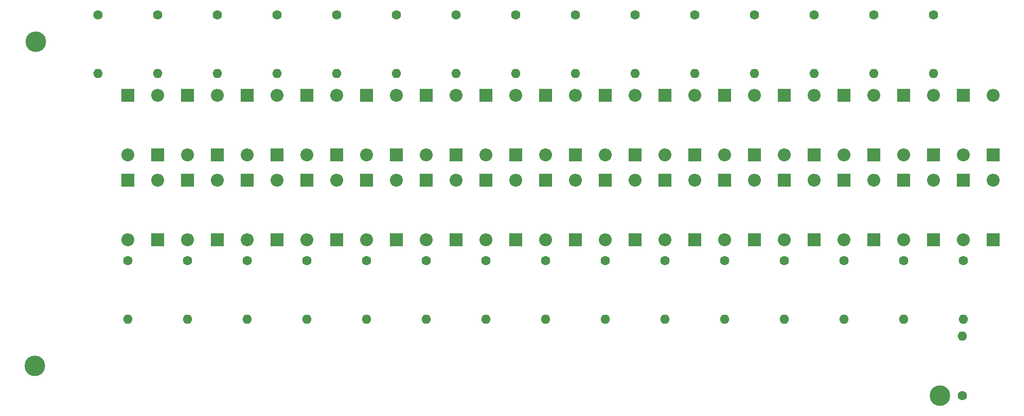
<source format=gbr>
G04 #@! TF.FileFunction,Copper,L1,Top,Signal*
%FSLAX46Y46*%
G04 Gerber Fmt 4.6, Leading zero omitted, Abs format (unit mm)*
G04 Created by KiCad (PCBNEW 4.0.7) date 11/17/24 14:48:46*
%MOMM*%
%LPD*%
G01*
G04 APERTURE LIST*
%ADD10C,0.100000*%
%ADD11C,1.600000*%
%ADD12O,1.600000X1.600000*%
%ADD13R,2.200000X2.200000*%
%ADD14O,2.200000X2.200000*%
%ADD15C,3.500120*%
%ADD16C,3.500000*%
G04 APERTURE END LIST*
D10*
D11*
X271780000Y-84582000D03*
D12*
X271780000Y-74422000D03*
D11*
X124674000Y-19574000D03*
D12*
X124674000Y-29574000D03*
D11*
X266914000Y-19574000D03*
D12*
X266914000Y-29574000D03*
D11*
X256754000Y-19574000D03*
D12*
X256754000Y-29574000D03*
D11*
X246594000Y-19574000D03*
D12*
X246594000Y-29574000D03*
D11*
X236434000Y-19574000D03*
D12*
X236434000Y-29574000D03*
D11*
X226274000Y-19574000D03*
D12*
X226274000Y-29574000D03*
D11*
X216114000Y-19574000D03*
D12*
X216114000Y-29574000D03*
D11*
X205954000Y-19574000D03*
D12*
X205954000Y-29574000D03*
D11*
X195794000Y-19574000D03*
D12*
X195794000Y-29574000D03*
D11*
X185634000Y-19574000D03*
D12*
X185634000Y-29574000D03*
D11*
X175474000Y-19574000D03*
D12*
X175474000Y-29574000D03*
D11*
X165314000Y-19574000D03*
D12*
X165314000Y-29574000D03*
D11*
X155154000Y-19574000D03*
D12*
X155154000Y-29574000D03*
D11*
X144994000Y-19574000D03*
D12*
X144994000Y-29574000D03*
D11*
X271994000Y-61484000D03*
D12*
X271994000Y-71484000D03*
D11*
X261834000Y-61484000D03*
D12*
X261834000Y-71484000D03*
D11*
X251674000Y-61484000D03*
D12*
X251674000Y-71484000D03*
D11*
X241514000Y-61484000D03*
D12*
X241514000Y-71484000D03*
D11*
X231354000Y-61484000D03*
D12*
X231354000Y-71484000D03*
D11*
X221194000Y-61484000D03*
D12*
X221194000Y-71484000D03*
D11*
X211034000Y-61484000D03*
D12*
X211034000Y-71484000D03*
D11*
X200874000Y-61484000D03*
D12*
X200874000Y-71484000D03*
D11*
X190714000Y-61484000D03*
D12*
X190714000Y-71484000D03*
D11*
X180554000Y-61484000D03*
D12*
X180554000Y-71484000D03*
D11*
X170394000Y-61484000D03*
D12*
X170394000Y-71484000D03*
D11*
X160234000Y-61484000D03*
D12*
X160234000Y-71484000D03*
D11*
X150074000Y-61484000D03*
D12*
X150074000Y-71484000D03*
D11*
X139914000Y-61484000D03*
D12*
X139914000Y-71484000D03*
D13*
X277074000Y-57928000D03*
D14*
X277074000Y-47768000D03*
D13*
X266914000Y-57928000D03*
D14*
X266914000Y-47768000D03*
D13*
X256754000Y-57928000D03*
D14*
X256754000Y-47768000D03*
D13*
X246594000Y-57928000D03*
D14*
X246594000Y-47768000D03*
D13*
X236434000Y-57928000D03*
D14*
X236434000Y-47768000D03*
D13*
X226274000Y-57928000D03*
D14*
X226274000Y-47768000D03*
D13*
X216114000Y-57928000D03*
D14*
X216114000Y-47768000D03*
D13*
X205954000Y-57928000D03*
D14*
X205954000Y-47768000D03*
D13*
X195794000Y-57928000D03*
D14*
X195794000Y-47768000D03*
D13*
X185634000Y-57928000D03*
D14*
X185634000Y-47768000D03*
D13*
X175474000Y-57928000D03*
D14*
X175474000Y-47768000D03*
D13*
X165314000Y-57928000D03*
D14*
X165314000Y-47768000D03*
D13*
X155154000Y-57928000D03*
D14*
X155154000Y-47768000D03*
D13*
X144994000Y-57928000D03*
D14*
X144994000Y-47768000D03*
D13*
X277074000Y-43450000D03*
D14*
X277074000Y-33290000D03*
D13*
X266914000Y-43450000D03*
D14*
X266914000Y-33290000D03*
D13*
X256754000Y-43450000D03*
D14*
X256754000Y-33290000D03*
D13*
X246594000Y-43450000D03*
D14*
X246594000Y-33290000D03*
D13*
X236434000Y-43450000D03*
D14*
X236434000Y-33290000D03*
D13*
X226274000Y-43450000D03*
D14*
X226274000Y-33290000D03*
D13*
X216114000Y-43450000D03*
D14*
X216114000Y-33290000D03*
D13*
X205954000Y-43450000D03*
D14*
X205954000Y-33290000D03*
D13*
X195794000Y-43450000D03*
D14*
X195794000Y-33290000D03*
D13*
X185634000Y-43450000D03*
D14*
X185634000Y-33290000D03*
D13*
X175474000Y-43450000D03*
D14*
X175474000Y-33290000D03*
D13*
X165314000Y-43450000D03*
D14*
X165314000Y-33290000D03*
D13*
X155154000Y-43450000D03*
D14*
X155154000Y-33290000D03*
D13*
X144994000Y-43450000D03*
D14*
X144994000Y-33290000D03*
D13*
X271994000Y-47768000D03*
D14*
X271994000Y-57928000D03*
D13*
X261834000Y-47768000D03*
D14*
X261834000Y-57928000D03*
D13*
X251674000Y-47768000D03*
D14*
X251674000Y-57928000D03*
D13*
X241514000Y-47768000D03*
D14*
X241514000Y-57928000D03*
D13*
X231354000Y-47768000D03*
D14*
X231354000Y-57928000D03*
D13*
X221194000Y-47768000D03*
D14*
X221194000Y-57928000D03*
D13*
X211034000Y-47768000D03*
D14*
X211034000Y-57928000D03*
D13*
X200874000Y-47768000D03*
D14*
X200874000Y-57928000D03*
D13*
X190714000Y-47768000D03*
D14*
X190714000Y-57928000D03*
D13*
X180554000Y-47768000D03*
D14*
X180554000Y-57928000D03*
D13*
X170394000Y-47768000D03*
D14*
X170394000Y-57928000D03*
D13*
X160234000Y-47768000D03*
D14*
X160234000Y-57928000D03*
D13*
X150074000Y-47768000D03*
D14*
X150074000Y-57928000D03*
D13*
X139914000Y-47768000D03*
D14*
X139914000Y-57928000D03*
D13*
X271994000Y-33290000D03*
D14*
X271994000Y-43450000D03*
D13*
X261834000Y-33290000D03*
D14*
X261834000Y-43450000D03*
D13*
X251674000Y-33290000D03*
D14*
X251674000Y-43450000D03*
D13*
X241514000Y-33290000D03*
D14*
X241514000Y-43450000D03*
D13*
X231354000Y-33290000D03*
D14*
X231354000Y-43450000D03*
D13*
X221194000Y-33290000D03*
D14*
X221194000Y-43450000D03*
D13*
X211034000Y-33290000D03*
D14*
X211034000Y-43450000D03*
D13*
X200874000Y-33290000D03*
D14*
X200874000Y-43450000D03*
D13*
X190714000Y-33290000D03*
D14*
X190714000Y-43450000D03*
D13*
X180554000Y-33290000D03*
D14*
X180554000Y-43450000D03*
D13*
X170394000Y-33290000D03*
D14*
X170394000Y-43450000D03*
D13*
X160234000Y-33290000D03*
D14*
X160234000Y-43450000D03*
D13*
X150074000Y-33290000D03*
D14*
X150074000Y-43450000D03*
D13*
X139914000Y-33290000D03*
D14*
X139914000Y-43450000D03*
D13*
X134834000Y-57928000D03*
D14*
X134834000Y-47768000D03*
D13*
X134834000Y-43450000D03*
D14*
X134834000Y-33290000D03*
D11*
X134834000Y-19574000D03*
D12*
X134834000Y-29574000D03*
D11*
X129754000Y-61484000D03*
D12*
X129754000Y-71484000D03*
D13*
X129754000Y-47768000D03*
D14*
X129754000Y-57928000D03*
D13*
X129754000Y-33290000D03*
D14*
X129754000Y-43450000D03*
D15*
X113875000Y-79450000D03*
D16*
X267970000Y-84582000D03*
D15*
X114075000Y-24200000D03*
M02*

</source>
